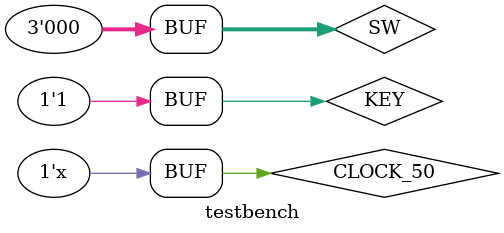
<source format=v>
`timescale 1ns / 1ps

module testbench();

    // Parameters
    parameter CLOCK_PERIOD = 10;  // Clock period in ns

    // Signals
    reg [2:0] SW;  // Switch inputs
    reg [0:0] KEY; // Key input (reset)
    reg CLOCK_50;   // 50 MHz clock
    wire [9:0] LEDR;  // LED output

    // Clock generation
    initial begin
        CLOCK_50 = 0; // Initialize clock
    end
    
    always begin
        #((CLOCK_PERIOD) / 2) CLOCK_50 = ~CLOCK_50;  // Toggle clock
    end

    // Test sequence
    initial begin
        // Initialize inputs
        KEY = 1'b1;   // KEY[0] is initially high (no reset)
        SW = 3'b000;  // Initial position is at the first state (x_pos = 1)

        // Monitor changes to LEDs
        $monitor("At time %t, x_pos = %d, LEDR = %b", $time, SW, LEDR);

        // Apply test stimulus
        #10 SW = 3'b001; // Set left to high, move left
        #20 SW = 3'b100; // Set right to high, move right
        #30 SW = 3'b010; // Test middle position (no movement)
        #40 SW = 3'b011; // Move right again
        #50 SW = 3'b101; // Set left to high, move left
        #60 SW = 3'b000; // Reset to initial state
        #100 KEY = 1'b0;  // Trigger reset
        #110 KEY = 1'b1;  // Release reset
    end

    // Instantiate the arrow module
    arrow UUT (
        .KEY(KEY),
        .CLOCK_50(CLOCK_50),
        .SW(SW),
        .LEDR(LEDR)
    );

endmodule


//original pasted here

//`timescale 1ns / 1ps
//
//module testbench ( );
//
//	parameter CLOCK_PERIOD = 10;
//
//    reg [1:0] SW;
//    reg [0:0] KEY;
//    wire [9:0] LEDR;
//
//	initial begin
//        KEY[0] <= 1'b0;
//	end // initial
//	always @ (*)
//	begin : Clock_Generator
//		#((CLOCK_PERIOD) / 2) KEY[0] <= ~KEY[0];
//	end
//	
//	initial begin
//        SW[0] <= 1'b0; SW[1] = 0;
//        #10 SW[0] <= 1'b1;
//        #20 SW[1] <= 1'b1;
//        #50 SW[1] <= 1'b0;
//	end // initial
//	part2 U1 (SW, KEY, LEDR);
//
//endmodule


</source>
